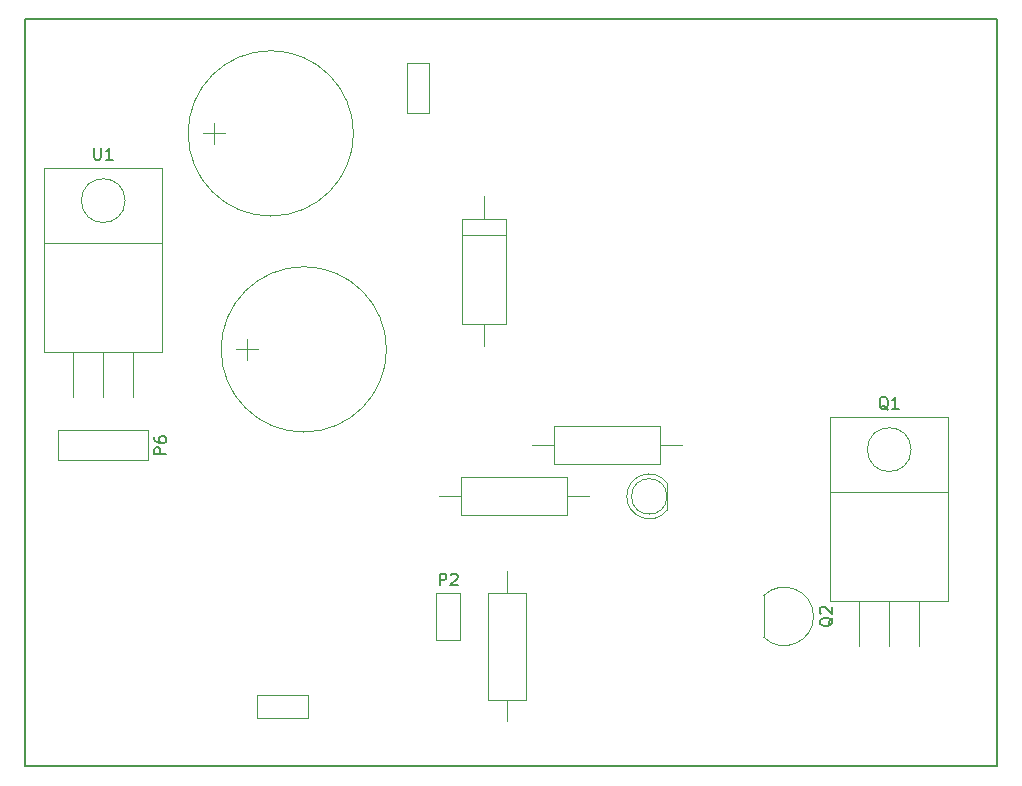
<source format=gbr>
G04 #@! TF.FileFunction,Other,Fab,Top*
%FSLAX46Y46*%
G04 Gerber Fmt 4.6, Leading zero omitted, Abs format (unit mm)*
G04 Created by KiCad (PCBNEW 4.0.4-stable) date 04/25/17 22:02:41*
%MOMM*%
%LPD*%
G01*
G04 APERTURE LIST*
%ADD10C,0.100000*%
%ADD11C,0.150000*%
G04 APERTURE END LIST*
D10*
D11*
X183896000Y-128016000D02*
X183896000Y-64770000D01*
X101600000Y-128016000D02*
X101600000Y-64770000D01*
X183896000Y-128016000D02*
X101600000Y-128016000D01*
X101600000Y-64770000D02*
X183896000Y-64770000D01*
D10*
X136414000Y-113300000D02*
X136414000Y-117300000D01*
X136414000Y-117300000D02*
X138414000Y-117300000D01*
X138414000Y-117300000D02*
X138414000Y-113300000D01*
X138414000Y-113300000D02*
X136414000Y-113300000D01*
X125507000Y-123886000D02*
X125507000Y-121986000D01*
X125507000Y-121986000D02*
X121207000Y-121986000D01*
X121207000Y-121986000D02*
X121207000Y-123886000D01*
X121207000Y-123886000D02*
X125507000Y-123886000D01*
X132182000Y-92710000D02*
G75*
G03X132182000Y-92710000I-7000000J0D01*
G01*
X119482000Y-92710000D02*
X121282000Y-92710000D01*
X120382000Y-91810000D02*
X120382000Y-93610000D01*
X135824000Y-68422000D02*
X133924000Y-68422000D01*
X133924000Y-68422000D02*
X133924000Y-72722000D01*
X133924000Y-72722000D02*
X135824000Y-72722000D01*
X135824000Y-72722000D02*
X135824000Y-68422000D01*
X129388000Y-74422000D02*
G75*
G03X129388000Y-74422000I-7000000J0D01*
G01*
X116688000Y-74422000D02*
X118488000Y-74422000D01*
X117588000Y-73522000D02*
X117588000Y-75322000D01*
X155932555Y-103990524D02*
G75*
G03X155932000Y-106322190I-1500555J-1165476D01*
G01*
X155932000Y-105156000D02*
G75*
G03X155932000Y-105156000I-1500000J0D01*
G01*
X155932000Y-106322190D02*
X155932000Y-103989810D01*
X142312000Y-81656000D02*
X138612000Y-81656000D01*
X138612000Y-81656000D02*
X138612000Y-90556000D01*
X138612000Y-90556000D02*
X142312000Y-90556000D01*
X142312000Y-90556000D02*
X142312000Y-81656000D01*
X140462000Y-79756000D02*
X140462000Y-81656000D01*
X140462000Y-92456000D02*
X140462000Y-90556000D01*
X142312000Y-82991000D02*
X138612000Y-82991000D01*
X169752000Y-104796000D02*
X169752000Y-98396000D01*
X169752000Y-98396000D02*
X179752000Y-98396000D01*
X179752000Y-98396000D02*
X179752000Y-104796000D01*
X179752000Y-104796000D02*
X169752000Y-104796000D01*
X169752000Y-114046000D02*
X169752000Y-104796000D01*
X169752000Y-104796000D02*
X179752000Y-104796000D01*
X179752000Y-104796000D02*
X179752000Y-114046000D01*
X179752000Y-114046000D02*
X169752000Y-114046000D01*
X172212000Y-114046000D02*
X172212000Y-117856000D01*
X174752000Y-114046000D02*
X174752000Y-117856000D01*
X177292000Y-114046000D02*
X177292000Y-117856000D01*
X176602000Y-101196000D02*
G75*
G03X176602000Y-101196000I-1850000J0D01*
G01*
X143967000Y-113356000D02*
X140767000Y-113356000D01*
X140767000Y-113356000D02*
X140767000Y-122356000D01*
X140767000Y-122356000D02*
X143967000Y-122356000D01*
X143967000Y-122356000D02*
X143967000Y-113356000D01*
X142367000Y-111506000D02*
X142367000Y-113356000D01*
X142367000Y-124206000D02*
X142367000Y-122356000D01*
X147502000Y-106756000D02*
X147502000Y-103556000D01*
X147502000Y-103556000D02*
X138502000Y-103556000D01*
X138502000Y-103556000D02*
X138502000Y-106756000D01*
X138502000Y-106756000D02*
X147502000Y-106756000D01*
X149352000Y-105156000D02*
X147502000Y-105156000D01*
X136652000Y-105156000D02*
X138502000Y-105156000D01*
X155376000Y-102438000D02*
X155376000Y-99238000D01*
X155376000Y-99238000D02*
X146376000Y-99238000D01*
X146376000Y-99238000D02*
X146376000Y-102438000D01*
X146376000Y-102438000D02*
X155376000Y-102438000D01*
X157226000Y-100838000D02*
X155376000Y-100838000D01*
X144526000Y-100838000D02*
X146376000Y-100838000D01*
X103204000Y-83714000D02*
X103204000Y-77314000D01*
X103204000Y-77314000D02*
X113204000Y-77314000D01*
X113204000Y-77314000D02*
X113204000Y-83714000D01*
X113204000Y-83714000D02*
X103204000Y-83714000D01*
X103204000Y-92964000D02*
X103204000Y-83714000D01*
X103204000Y-83714000D02*
X113204000Y-83714000D01*
X113204000Y-83714000D02*
X113204000Y-92964000D01*
X113204000Y-92964000D02*
X103204000Y-92964000D01*
X105664000Y-92964000D02*
X105664000Y-96774000D01*
X108204000Y-92964000D02*
X108204000Y-96774000D01*
X110744000Y-92964000D02*
X110744000Y-96774000D01*
X110054000Y-80114000D02*
G75*
G03X110054000Y-80114000I-1850000J0D01*
G01*
X112014000Y-99568000D02*
X104394000Y-99568000D01*
X104394000Y-99568000D02*
X104394000Y-102108000D01*
X104394000Y-102108000D02*
X112014000Y-102108000D01*
X112014000Y-102108000D02*
X112014000Y-99568000D01*
X164112000Y-113576000D02*
X164112000Y-117076000D01*
X164108375Y-117069625D02*
G75*
G03X168342000Y-115316000I1753625J1753625D01*
G01*
X164108375Y-113562375D02*
G75*
G02X168342000Y-115316000I1753625J-1753625D01*
G01*
D11*
X136675905Y-112692381D02*
X136675905Y-111692381D01*
X137056858Y-111692381D01*
X137152096Y-111740000D01*
X137199715Y-111787619D01*
X137247334Y-111882857D01*
X137247334Y-112025714D01*
X137199715Y-112120952D01*
X137152096Y-112168571D01*
X137056858Y-112216190D01*
X136675905Y-112216190D01*
X137628286Y-111787619D02*
X137675905Y-111740000D01*
X137771143Y-111692381D01*
X138009239Y-111692381D01*
X138104477Y-111740000D01*
X138152096Y-111787619D01*
X138199715Y-111882857D01*
X138199715Y-111978095D01*
X138152096Y-112120952D01*
X137580667Y-112692381D01*
X138199715Y-112692381D01*
X174656762Y-97823619D02*
X174561524Y-97776000D01*
X174466286Y-97680762D01*
X174323429Y-97537905D01*
X174228190Y-97490286D01*
X174132952Y-97490286D01*
X174180571Y-97728381D02*
X174085333Y-97680762D01*
X173990095Y-97585524D01*
X173942476Y-97395048D01*
X173942476Y-97061714D01*
X173990095Y-96871238D01*
X174085333Y-96776000D01*
X174180571Y-96728381D01*
X174371048Y-96728381D01*
X174466286Y-96776000D01*
X174561524Y-96871238D01*
X174609143Y-97061714D01*
X174609143Y-97395048D01*
X174561524Y-97585524D01*
X174466286Y-97680762D01*
X174371048Y-97728381D01*
X174180571Y-97728381D01*
X175561524Y-97728381D02*
X174990095Y-97728381D01*
X175275809Y-97728381D02*
X175275809Y-96728381D01*
X175180571Y-96871238D01*
X175085333Y-96966476D01*
X174990095Y-97014095D01*
X107442095Y-75646381D02*
X107442095Y-76455905D01*
X107489714Y-76551143D01*
X107537333Y-76598762D01*
X107632571Y-76646381D01*
X107823048Y-76646381D01*
X107918286Y-76598762D01*
X107965905Y-76551143D01*
X108013524Y-76455905D01*
X108013524Y-75646381D01*
X109013524Y-76646381D02*
X108442095Y-76646381D01*
X108727809Y-76646381D02*
X108727809Y-75646381D01*
X108632571Y-75789238D01*
X108537333Y-75884476D01*
X108442095Y-75932095D01*
X113526381Y-101576095D02*
X112526381Y-101576095D01*
X112526381Y-101195142D01*
X112574000Y-101099904D01*
X112621619Y-101052285D01*
X112716857Y-101004666D01*
X112859714Y-101004666D01*
X112954952Y-101052285D01*
X113002571Y-101099904D01*
X113050190Y-101195142D01*
X113050190Y-101576095D01*
X112526381Y-100147523D02*
X112526381Y-100338000D01*
X112574000Y-100433238D01*
X112621619Y-100480857D01*
X112764476Y-100576095D01*
X112954952Y-100623714D01*
X113335905Y-100623714D01*
X113431143Y-100576095D01*
X113478762Y-100528476D01*
X113526381Y-100433238D01*
X113526381Y-100242761D01*
X113478762Y-100147523D01*
X113431143Y-100099904D01*
X113335905Y-100052285D01*
X113097810Y-100052285D01*
X113002571Y-100099904D01*
X112954952Y-100147523D01*
X112907333Y-100242761D01*
X112907333Y-100433238D01*
X112954952Y-100528476D01*
X113002571Y-100576095D01*
X113097810Y-100623714D01*
X169969619Y-115411238D02*
X169922000Y-115506476D01*
X169826762Y-115601714D01*
X169683905Y-115744571D01*
X169636286Y-115839810D01*
X169636286Y-115935048D01*
X169874381Y-115887429D02*
X169826762Y-115982667D01*
X169731524Y-116077905D01*
X169541048Y-116125524D01*
X169207714Y-116125524D01*
X169017238Y-116077905D01*
X168922000Y-115982667D01*
X168874381Y-115887429D01*
X168874381Y-115696952D01*
X168922000Y-115601714D01*
X169017238Y-115506476D01*
X169207714Y-115458857D01*
X169541048Y-115458857D01*
X169731524Y-115506476D01*
X169826762Y-115601714D01*
X169874381Y-115696952D01*
X169874381Y-115887429D01*
X168969619Y-115077905D02*
X168922000Y-115030286D01*
X168874381Y-114935048D01*
X168874381Y-114696952D01*
X168922000Y-114601714D01*
X168969619Y-114554095D01*
X169064857Y-114506476D01*
X169160095Y-114506476D01*
X169302952Y-114554095D01*
X169874381Y-115125524D01*
X169874381Y-114506476D01*
M02*

</source>
